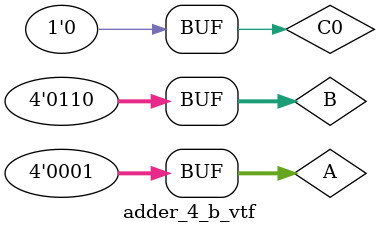
<source format=v>
`timescale 1ns / 1ps


module adder_4_b_vtf;

	// Inputs
	reg [3:0] A;
	reg [3:0] B;
	reg C0;

	// Outputs
	wire [3:0] S;
	wire C4;

	// Instantiate the Unit Under Test (UUT)
	adder_4_b_v uut (
		.A(A), 
		.B(B), 
		.C0(C0), 
		.S(S), 
		.C4(C4)
	);

	initial begin
		// Initialize Inputs
		A = 0;
		B = 0;
		C0 = 0;

		// Wait 100 ns for global reset to finish
		#100;
        
		// Add stimulus here
		{C0, A, B} = 9'h1_9_C; #100; //16
		{C0, A, B} = 9'h0_8_3; #100; //11
		{C0, A, B} = 9'h1_A_F; #100; //1A
		{C0, A, B} = 9'h1_8_E; #100; //17
		{C0, A, B} = 9'h0_2_D; #100; //F
		{C0, A, B} = 9'h1_F_4; #100; //14
		{C0, A, B} = 9'h0_3_B; #100; //E
		{C0, A, B} = 9'h0_1_6; #100; //7

	end
      
endmodule


</source>
